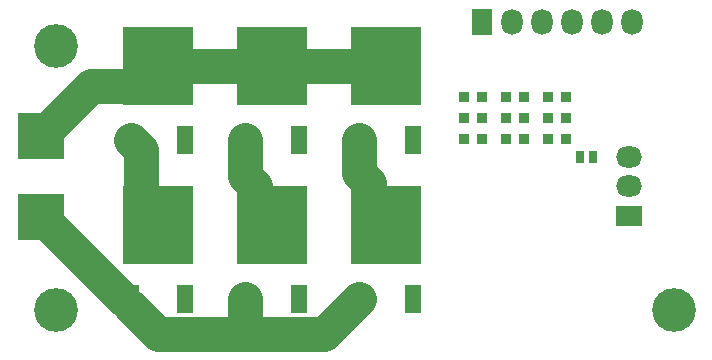
<source format=gbs>
G04*
G04 #@! TF.GenerationSoftware,Altium Limited,Altium Designer,21.7.1 (17)*
G04*
G04 Layer_Color=16711935*
%FSLAX44Y44*%
%MOMM*%
G71*
G04*
G04 #@! TF.SameCoordinates,46D70AF8-5DF4-403A-B55C-3C1985085F34*
G04*
G04*
G04 #@! TF.FilePolarity,Negative*
G04*
G01*
G75*
%ADD32R,0.9500X0.9500*%
%ADD40O,2.2000X1.8000*%
%ADD41R,2.2000X1.8000*%
%ADD42C,3.7000*%
%ADD43R,1.8000X2.2000*%
%ADD44O,1.8000X2.2000*%
%ADD61C,3.0000*%
%ADD62R,6.0000X6.6000*%
%ADD63R,1.4000X2.4000*%
%ADD64R,4.0132X4.0132*%
%ADD65R,0.8000X1.0000*%
%ADD66C,0.8000*%
D32*
X469900Y200660D02*
D03*
X454900D02*
D03*
X469900Y218440D02*
D03*
X454900D02*
D03*
X383900Y182880D02*
D03*
X398900D02*
D03*
X419340D02*
D03*
X434340D02*
D03*
X383900Y200660D02*
D03*
X398900D02*
D03*
X419340D02*
D03*
X434340D02*
D03*
X383900Y218440D02*
D03*
X398900D02*
D03*
X419340D02*
D03*
X434340D02*
D03*
X469900Y182880D02*
D03*
X454900D02*
D03*
D40*
X523240Y167640D02*
D03*
Y142640D02*
D03*
D41*
Y117640D02*
D03*
D42*
X38100Y38100D02*
D03*
X561340D02*
D03*
X38100Y261620D02*
D03*
D43*
X398780Y281940D02*
D03*
D44*
X424180D02*
D03*
X449580D02*
D03*
X474980D02*
D03*
X500380D02*
D03*
X525780D02*
D03*
D61*
X25400Y185420D02*
X67840Y227860D01*
X110460D01*
X25400Y116840D02*
X95000Y47240D01*
X206980Y124240D02*
Y142907D01*
X198180Y151707D02*
X206980Y142907D01*
X198180Y151707D02*
Y181860D01*
X124460Y17780D02*
X198120D01*
X265240D02*
X294700Y47240D01*
X198120Y17780D02*
X265240D01*
X198180Y17840D02*
Y47240D01*
X101660Y40580D02*
X124460Y17780D01*
X294700Y154117D02*
X303500Y145317D01*
X294700Y154117D02*
Y181860D01*
X110460Y124240D02*
Y173060D01*
X101660Y181860D02*
X110460Y173060D01*
X220980Y244860D02*
X317500D01*
X124460D02*
X220980D01*
D62*
X317500D02*
D03*
Y110240D02*
D03*
X220980D02*
D03*
Y244860D02*
D03*
X124460Y110240D02*
D03*
Y244860D02*
D03*
D63*
X294700Y181860D02*
D03*
X340300D02*
D03*
X294700Y47240D02*
D03*
X340300D02*
D03*
X198180D02*
D03*
X243780D02*
D03*
X198180Y181860D02*
D03*
X243780D02*
D03*
X101660Y47240D02*
D03*
X147260D02*
D03*
X101660Y181860D02*
D03*
X147260D02*
D03*
D64*
X25400Y116840D02*
D03*
Y185420D02*
D03*
D65*
X482180Y167640D02*
D03*
X493180D02*
D03*
D66*
X38100Y185420D02*
D03*
Y116840D02*
D03*
M02*

</source>
